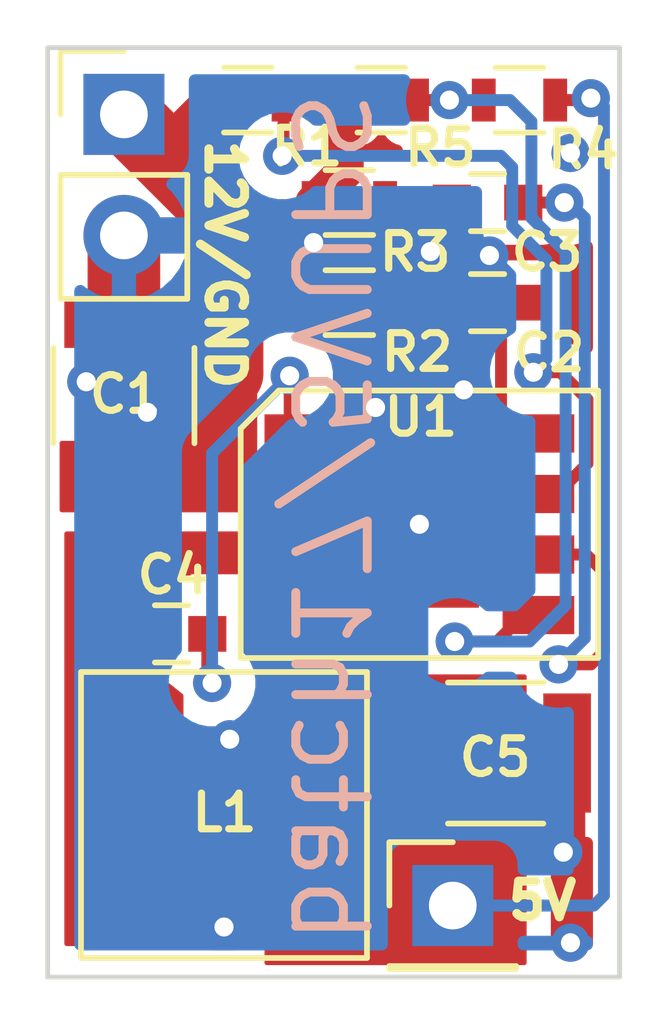
<source format=kicad_pcb>
(kicad_pcb (version 20171130) (host pcbnew "(5.1.6-0-10_14)")

  (general
    (thickness 1.6)
    (drawings 20)
    (tracks 118)
    (zones 0)
    (modules 14)
    (nets 11)
  )

  (page A4)
  (layers
    (0 F.Cu signal)
    (31 B.Cu signal)
    (32 B.Adhes user)
    (33 F.Adhes user)
    (34 B.Paste user)
    (35 F.Paste user)
    (36 B.SilkS user)
    (37 F.SilkS user)
    (38 B.Mask user)
    (39 F.Mask user)
    (40 Dwgs.User user hide)
    (41 Cmts.User user)
    (42 Eco1.User user hide)
    (43 Eco2.User user hide)
    (44 Edge.Cuts user)
    (45 Margin user hide)
    (46 B.CrtYd user hide)
    (47 F.CrtYd user hide)
    (48 B.Fab user hide)
    (49 F.Fab user hide)
  )

  (setup
    (last_trace_width 1.524)
    (user_trace_width 0.1524)
    (user_trace_width 0.2032)
    (user_trace_width 0.25)
    (user_trace_width 0.381)
    (user_trace_width 0.762)
    (user_trace_width 1.524)
    (user_trace_width 2.54)
    (user_trace_width 3.048)
    (user_trace_width 5.08)
    (user_trace_width 6.35)
    (user_trace_width 7.112)
    (user_trace_width 7.62)
    (user_trace_width 10.16)
    (trace_clearance 0.1524)
    (zone_clearance 0.508)
    (zone_45_only no)
    (trace_min 0.1524)
    (via_size 0.8)
    (via_drill 0.4)
    (via_min_size 0.4)
    (via_min_drill 0.3)
    (uvia_size 0.3)
    (uvia_drill 0.1)
    (uvias_allowed no)
    (uvia_min_size 0.2)
    (uvia_min_drill 0.1)
    (edge_width 0.1)
    (segment_width 0.2)
    (pcb_text_width 0.3)
    (pcb_text_size 1.5 1.5)
    (mod_edge_width 0.15)
    (mod_text_size 1 1)
    (mod_text_width 0.15)
    (pad_size 0.6 0.6)
    (pad_drill 0.4)
    (pad_to_mask_clearance 0)
    (aux_axis_origin 0 0)
    (grid_origin 0.5 0.5)
    (visible_elements FFFFFF7F)
    (pcbplotparams
      (layerselection 0x010fc_ffffffff)
      (usegerberextensions true)
      (usegerberattributes false)
      (usegerberadvancedattributes false)
      (creategerberjobfile false)
      (excludeedgelayer true)
      (linewidth 0.100000)
      (plotframeref false)
      (viasonmask false)
      (mode 1)
      (useauxorigin false)
      (hpglpennumber 1)
      (hpglpenspeed 20)
      (hpglpendiameter 15.000000)
      (psnegative false)
      (psa4output false)
      (plotreference true)
      (plotvalue true)
      (plotinvisibletext false)
      (padsonsilk false)
      (subtractmaskfromsilk false)
      (outputformat 1)
      (mirror false)
      (drillshape 0)
      (scaleselection 1)
      (outputdirectory ""))
  )

  (net 0 "")
  (net 1 GND)
  (net 2 5V_UPS)
  (net 3 12V_UPS)
  (net 4 "Net-(C2-Pad2)")
  (net 5 "Net-(C4-Pad1)")
  (net 6 "Net-(C4-Pad2)")
  (net 7 "Net-(C3-Pad2)")
  (net 8 "Net-(C3-Pad1)")
  (net 9 "Net-(R1-Pad2)")
  (net 10 "Net-(R4-Pad2)")

  (net_class Default "This is the default net class."
    (clearance 0.1524)
    (trace_width 0.1524)
    (via_dia 0.8)
    (via_drill 0.4)
    (uvia_dia 0.3)
    (uvia_drill 0.1)
    (add_net 12V_UPS)
    (add_net 5V_UPS)
    (add_net GND)
    (add_net "Net-(C2-Pad2)")
    (add_net "Net-(C3-Pad1)")
    (add_net "Net-(C3-Pad2)")
    (add_net "Net-(C4-Pad1)")
    (add_net "Net-(C4-Pad2)")
    (add_net "Net-(R1-Pad2)")
    (add_net "Net-(R4-Pad2)")
  )

  (module Pin_Headers:Pin_Header_Straight_1x02_Pitch2.54mm (layer F.Cu) (tedit 59650532) (tstamp 61BA1006)
    (at 93.6 72.9)
    (descr "Through hole straight pin header, 1x02, 2.54mm pitch, single row")
    (tags "Through hole pin header THT 1x02 2.54mm single row")
    (path /61B9FE2F)
    (fp_text reference J1 (at 0 -2.33) (layer F.SilkS) hide
      (effects (font (size 1 1) (thickness 0.15)))
    )
    (fp_text value Conn_01x02_Male (at 0 4.87) (layer F.Fab)
      (effects (font (size 1 1) (thickness 0.15)))
    )
    (fp_line (start 1.8 -1.8) (end -1.8 -1.8) (layer F.CrtYd) (width 0.05))
    (fp_line (start 1.8 4.35) (end 1.8 -1.8) (layer F.CrtYd) (width 0.05))
    (fp_line (start -1.8 4.35) (end 1.8 4.35) (layer F.CrtYd) (width 0.05))
    (fp_line (start -1.8 -1.8) (end -1.8 4.35) (layer F.CrtYd) (width 0.05))
    (fp_line (start -1.33 -1.33) (end 0 -1.33) (layer F.SilkS) (width 0.12))
    (fp_line (start -1.33 0) (end -1.33 -1.33) (layer F.SilkS) (width 0.12))
    (fp_line (start -1.33 1.27) (end 1.33 1.27) (layer F.SilkS) (width 0.12))
    (fp_line (start 1.33 1.27) (end 1.33 3.87) (layer F.SilkS) (width 0.12))
    (fp_line (start -1.33 1.27) (end -1.33 3.87) (layer F.SilkS) (width 0.12))
    (fp_line (start -1.33 3.87) (end 1.33 3.87) (layer F.SilkS) (width 0.12))
    (fp_line (start -1.27 -0.635) (end -0.635 -1.27) (layer F.Fab) (width 0.1))
    (fp_line (start -1.27 3.81) (end -1.27 -0.635) (layer F.Fab) (width 0.1))
    (fp_line (start 1.27 3.81) (end -1.27 3.81) (layer F.Fab) (width 0.1))
    (fp_line (start 1.27 -1.27) (end 1.27 3.81) (layer F.Fab) (width 0.1))
    (fp_line (start -0.635 -1.27) (end 1.27 -1.27) (layer F.Fab) (width 0.1))
    (fp_text user %R (at 0 1.27 90) (layer F.Fab)
      (effects (font (size 1 1) (thickness 0.15)))
    )
    (pad 2 thru_hole oval (at 0 2.54) (size 1.7 1.7) (drill 1) (layers *.Cu *.Mask)
      (net 1 GND))
    (pad 1 thru_hole rect (at 0 0) (size 1.7 1.7) (drill 1) (layers *.Cu *.Mask)
      (net 3 12V_UPS))
    (model ${KISYS3DMOD}/Pin_Headers.3dshapes/Pin_Header_Straight_1x02_Pitch2.54mm.wrl
      (at (xyz 0 0 0))
      (scale (xyz 1 1 1))
      (rotate (xyz 0 0 0))
    )
  )

  (module Pin_Headers:Pin_Header_Straight_1x01_Pitch2.54mm (layer F.Cu) (tedit 59650532) (tstamp 61BA101B)
    (at 100.5 89.5)
    (descr "Through hole straight pin header, 1x01, 2.54mm pitch, single row")
    (tags "Through hole pin header THT 1x01 2.54mm single row")
    (path /61BA234E)
    (fp_text reference J2 (at 0 -2.33) (layer F.SilkS) hide
      (effects (font (size 1 1) (thickness 0.15)))
    )
    (fp_text value Conn_01x01_Male (at 0 2.33) (layer F.Fab)
      (effects (font (size 1 1) (thickness 0.15)))
    )
    (fp_line (start 1.8 -1.8) (end -1.8 -1.8) (layer F.CrtYd) (width 0.05))
    (fp_line (start 1.8 1.8) (end 1.8 -1.8) (layer F.CrtYd) (width 0.05))
    (fp_line (start -1.8 1.8) (end 1.8 1.8) (layer F.CrtYd) (width 0.05))
    (fp_line (start -1.8 -1.8) (end -1.8 1.8) (layer F.CrtYd) (width 0.05))
    (fp_line (start -1.33 -1.33) (end 0 -1.33) (layer F.SilkS) (width 0.12))
    (fp_line (start -1.33 0) (end -1.33 -1.33) (layer F.SilkS) (width 0.12))
    (fp_line (start -1.33 1.27) (end 1.33 1.27) (layer F.SilkS) (width 0.12))
    (fp_line (start 1.33 1.27) (end 1.33 1.33) (layer F.SilkS) (width 0.12))
    (fp_line (start -1.33 1.27) (end -1.33 1.33) (layer F.SilkS) (width 0.12))
    (fp_line (start -1.33 1.33) (end 1.33 1.33) (layer F.SilkS) (width 0.12))
    (fp_line (start -1.27 -0.635) (end -0.635 -1.27) (layer F.Fab) (width 0.1))
    (fp_line (start -1.27 1.27) (end -1.27 -0.635) (layer F.Fab) (width 0.1))
    (fp_line (start 1.27 1.27) (end -1.27 1.27) (layer F.Fab) (width 0.1))
    (fp_line (start 1.27 -1.27) (end 1.27 1.27) (layer F.Fab) (width 0.1))
    (fp_line (start -0.635 -1.27) (end 1.27 -1.27) (layer F.Fab) (width 0.1))
    (fp_text user %R (at 0 0 90) (layer F.Fab)
      (effects (font (size 1 1) (thickness 0.15)))
    )
    (pad 1 thru_hole rect (at 0 0) (size 1.7 1.7) (drill 1) (layers *.Cu *.Mask)
      (net 2 5V_UPS))
    (model ${KISYS3DMOD}/Pin_Headers.3dshapes/Pin_Header_Straight_1x01_Pitch2.54mm.wrl
      (at (xyz 0 0 0))
      (scale (xyz 1 1 1))
      (rotate (xyz 0 0 0))
    )
  )

  (module Capacitors_SMD:C_1210 (layer F.Cu) (tedit 58AA84E2) (tstamp 61BA99D3)
    (at 93.6 78.8 270)
    (descr "Capacitor SMD 1210, reflow soldering, AVX (see smccp.pdf)")
    (tags "capacitor 1210")
    (path /61BAE829)
    (attr smd)
    (fp_text reference C1 (at -0.03 -0.03 180) (layer F.SilkS)
      (effects (font (size 0.75 0.75) (thickness 0.15)))
    )
    (fp_text value 22uF (at 0 2.5 90) (layer F.Fab)
      (effects (font (size 1 1) (thickness 0.15)))
    )
    (fp_line (start 2.25 1.5) (end -2.25 1.5) (layer F.CrtYd) (width 0.05))
    (fp_line (start 2.25 1.5) (end 2.25 -1.5) (layer F.CrtYd) (width 0.05))
    (fp_line (start -2.25 -1.5) (end -2.25 1.5) (layer F.CrtYd) (width 0.05))
    (fp_line (start -2.25 -1.5) (end 2.25 -1.5) (layer F.CrtYd) (width 0.05))
    (fp_line (start -1 1.48) (end 1 1.48) (layer F.SilkS) (width 0.12))
    (fp_line (start 1 -1.48) (end -1 -1.48) (layer F.SilkS) (width 0.12))
    (fp_line (start -1.6 -1.25) (end 1.6 -1.25) (layer F.Fab) (width 0.1))
    (fp_line (start 1.6 -1.25) (end 1.6 1.25) (layer F.Fab) (width 0.1))
    (fp_line (start 1.6 1.25) (end -1.6 1.25) (layer F.Fab) (width 0.1))
    (fp_line (start -1.6 1.25) (end -1.6 -1.25) (layer F.Fab) (width 0.1))
    (fp_text user %R (at 0 -2.25 90) (layer F.Fab)
      (effects (font (size 1 1) (thickness 0.15)))
    )
    (pad 1 smd rect (at -1.5 0 270) (size 1 2.5) (layers F.Cu F.Paste F.Mask)
      (net 1 GND))
    (pad 2 smd rect (at 1.5 0 270) (size 1 2.5) (layers F.Cu F.Paste F.Mask)
      (net 3 12V_UPS))
    (model Capacitors_SMD.3dshapes/C_1210.wrl
      (at (xyz 0 0 0))
      (scale (xyz 1 1 1))
      (rotate (xyz 0 0 0))
    )
  )

  (module Capacitors_SMD:C_0603 (layer F.Cu) (tedit 59958EE7) (tstamp 61BA99E4)
    (at 101.23 76.85)
    (descr "Capacitor SMD 0603, reflow soldering, AVX (see smccp.pdf)")
    (tags "capacitor 0603")
    (path /61BAE812)
    (attr smd)
    (fp_text reference C2 (at 1.29 1.05) (layer F.SilkS)
      (effects (font (size 0.75 0.75) (thickness 0.15)))
    )
    (fp_text value 0.1uF (at 0 1.5) (layer F.Fab)
      (effects (font (size 1 1) (thickness 0.15)))
    )
    (fp_text user %R (at 0 0) (layer F.Fab)
      (effects (font (size 0.3 0.3) (thickness 0.075)))
    )
    (fp_line (start 1.4 0.65) (end -1.4 0.65) (layer F.CrtYd) (width 0.05))
    (fp_line (start 1.4 0.65) (end 1.4 -0.65) (layer F.CrtYd) (width 0.05))
    (fp_line (start -1.4 -0.65) (end -1.4 0.65) (layer F.CrtYd) (width 0.05))
    (fp_line (start -1.4 -0.65) (end 1.4 -0.65) (layer F.CrtYd) (width 0.05))
    (fp_line (start 0.35 0.6) (end -0.35 0.6) (layer F.SilkS) (width 0.12))
    (fp_line (start -0.35 -0.6) (end 0.35 -0.6) (layer F.SilkS) (width 0.12))
    (fp_line (start -0.8 -0.4) (end 0.8 -0.4) (layer F.Fab) (width 0.1))
    (fp_line (start 0.8 -0.4) (end 0.8 0.4) (layer F.Fab) (width 0.1))
    (fp_line (start 0.8 0.4) (end -0.8 0.4) (layer F.Fab) (width 0.1))
    (fp_line (start -0.8 0.4) (end -0.8 -0.4) (layer F.Fab) (width 0.1))
    (pad 1 smd rect (at -0.75 0) (size 0.8 0.75) (layers F.Cu F.Paste F.Mask)
      (net 1 GND))
    (pad 2 smd rect (at 0.75 0) (size 0.8 0.75) (layers F.Cu F.Paste F.Mask)
      (net 4 "Net-(C2-Pad2)"))
    (model Capacitors_SMD.3dshapes/C_0603.wrl
      (at (xyz 0 0 0))
      (scale (xyz 1 1 1))
      (rotate (xyz 0 0 0))
    )
  )

  (module Capacitors_SMD:C_0603 (layer F.Cu) (tedit 59958EE7) (tstamp 61BA99F5)
    (at 101.23 74.75)
    (descr "Capacitor SMD 0603, reflow soldering, AVX (see smccp.pdf)")
    (tags "capacitor 0603")
    (path /61BBCBF0)
    (attr smd)
    (fp_text reference C3 (at 1.25 1.04) (layer F.SilkS)
      (effects (font (size 0.75 0.75) (thickness 0.15)))
    )
    (fp_text value 0.01uF (at 0 1.5) (layer F.Fab)
      (effects (font (size 1 1) (thickness 0.15)))
    )
    (fp_text user %R (at 0 0) (layer F.Fab)
      (effects (font (size 0.3 0.3) (thickness 0.075)))
    )
    (fp_line (start 1.4 0.65) (end -1.4 0.65) (layer F.CrtYd) (width 0.05))
    (fp_line (start 1.4 0.65) (end 1.4 -0.65) (layer F.CrtYd) (width 0.05))
    (fp_line (start -1.4 -0.65) (end -1.4 0.65) (layer F.CrtYd) (width 0.05))
    (fp_line (start -1.4 -0.65) (end 1.4 -0.65) (layer F.CrtYd) (width 0.05))
    (fp_line (start 0.35 0.6) (end -0.35 0.6) (layer F.SilkS) (width 0.12))
    (fp_line (start -0.35 -0.6) (end 0.35 -0.6) (layer F.SilkS) (width 0.12))
    (fp_line (start -0.8 -0.4) (end 0.8 -0.4) (layer F.Fab) (width 0.1))
    (fp_line (start 0.8 -0.4) (end 0.8 0.4) (layer F.Fab) (width 0.1))
    (fp_line (start 0.8 0.4) (end -0.8 0.4) (layer F.Fab) (width 0.1))
    (fp_line (start -0.8 0.4) (end -0.8 -0.4) (layer F.Fab) (width 0.1))
    (pad 1 smd rect (at -0.75 0) (size 0.8 0.75) (layers F.Cu F.Paste F.Mask)
      (net 8 "Net-(C3-Pad1)"))
    (pad 2 smd rect (at 0.75 0) (size 0.8 0.75) (layers F.Cu F.Paste F.Mask)
      (net 7 "Net-(C3-Pad2)"))
    (model Capacitors_SMD.3dshapes/C_0603.wrl
      (at (xyz 0 0 0))
      (scale (xyz 1 1 1))
      (rotate (xyz 0 0 0))
    )
  )

  (module Capacitors_SMD:C_0603 (layer F.Cu) (tedit 59958EE7) (tstamp 61BA9A06)
    (at 94.6 83.8 180)
    (descr "Capacitor SMD 0603, reflow soldering, AVX (see smccp.pdf)")
    (tags "capacitor 0603")
    (path /61B9F045)
    (attr smd)
    (fp_text reference C4 (at -0.03 1.24) (layer F.SilkS)
      (effects (font (size 0.75 0.75) (thickness 0.15)))
    )
    (fp_text value 0.01uF (at 0 1.5) (layer F.Fab)
      (effects (font (size 1 1) (thickness 0.15)))
    )
    (fp_line (start -0.8 0.4) (end -0.8 -0.4) (layer F.Fab) (width 0.1))
    (fp_line (start 0.8 0.4) (end -0.8 0.4) (layer F.Fab) (width 0.1))
    (fp_line (start 0.8 -0.4) (end 0.8 0.4) (layer F.Fab) (width 0.1))
    (fp_line (start -0.8 -0.4) (end 0.8 -0.4) (layer F.Fab) (width 0.1))
    (fp_line (start -0.35 -0.6) (end 0.35 -0.6) (layer F.SilkS) (width 0.12))
    (fp_line (start 0.35 0.6) (end -0.35 0.6) (layer F.SilkS) (width 0.12))
    (fp_line (start -1.4 -0.65) (end 1.4 -0.65) (layer F.CrtYd) (width 0.05))
    (fp_line (start -1.4 -0.65) (end -1.4 0.65) (layer F.CrtYd) (width 0.05))
    (fp_line (start 1.4 0.65) (end 1.4 -0.65) (layer F.CrtYd) (width 0.05))
    (fp_line (start 1.4 0.65) (end -1.4 0.65) (layer F.CrtYd) (width 0.05))
    (fp_text user %R (at 0 0) (layer F.Fab)
      (effects (font (size 0.3 0.3) (thickness 0.075)))
    )
    (pad 2 smd rect (at 0.75 0 180) (size 0.8 0.75) (layers F.Cu F.Paste F.Mask)
      (net 6 "Net-(C4-Pad2)"))
    (pad 1 smd rect (at -0.75 0 180) (size 0.8 0.75) (layers F.Cu F.Paste F.Mask)
      (net 5 "Net-(C4-Pad1)"))
    (model Capacitors_SMD.3dshapes/C_0603.wrl
      (at (xyz 0 0 0))
      (scale (xyz 1 1 1))
      (rotate (xyz 0 0 0))
    )
  )

  (module Capacitors_SMD:C_1210 (layer F.Cu) (tedit 58AA84E2) (tstamp 61BA9A17)
    (at 101.4 86.3 180)
    (descr "Capacitor SMD 1210, reflow soldering, AVX (see smccp.pdf)")
    (tags "capacitor 1210")
    (path /61BAE7D1)
    (attr smd)
    (fp_text reference C5 (at 0.01 -0.09) (layer F.SilkS)
      (effects (font (size 0.75 0.75) (thickness 0.15)))
    )
    (fp_text value 22uF (at 0 2.5) (layer F.Fab)
      (effects (font (size 1 1) (thickness 0.15)))
    )
    (fp_text user %R (at 0 -2.25) (layer F.Fab)
      (effects (font (size 1 1) (thickness 0.15)))
    )
    (fp_line (start -1.6 1.25) (end -1.6 -1.25) (layer F.Fab) (width 0.1))
    (fp_line (start 1.6 1.25) (end -1.6 1.25) (layer F.Fab) (width 0.1))
    (fp_line (start 1.6 -1.25) (end 1.6 1.25) (layer F.Fab) (width 0.1))
    (fp_line (start -1.6 -1.25) (end 1.6 -1.25) (layer F.Fab) (width 0.1))
    (fp_line (start 1 -1.48) (end -1 -1.48) (layer F.SilkS) (width 0.12))
    (fp_line (start -1 1.48) (end 1 1.48) (layer F.SilkS) (width 0.12))
    (fp_line (start -2.25 -1.5) (end 2.25 -1.5) (layer F.CrtYd) (width 0.05))
    (fp_line (start -2.25 -1.5) (end -2.25 1.5) (layer F.CrtYd) (width 0.05))
    (fp_line (start 2.25 1.5) (end 2.25 -1.5) (layer F.CrtYd) (width 0.05))
    (fp_line (start 2.25 1.5) (end -2.25 1.5) (layer F.CrtYd) (width 0.05))
    (pad 2 smd rect (at 1.5 0 180) (size 1 2.5) (layers F.Cu F.Paste F.Mask)
      (net 2 5V_UPS))
    (pad 1 smd rect (at -1.5 0 180) (size 1 2.5) (layers F.Cu F.Paste F.Mask)
      (net 1 GND))
    (model Capacitors_SMD.3dshapes/C_1210.wrl
      (at (xyz 0 0 0))
      (scale (xyz 1 1 1))
      (rotate (xyz 0 0 0))
    )
  )

  (module Ninja-qPCR:VLS6045EX-3R3N (layer F.Cu) (tedit 614D4D02) (tstamp 61BA9A32)
    (at 95.7 87.6 180)
    (path /61BAE7BC)
    (fp_text reference L1 (at -0.01 0.05) (layer F.SilkS)
      (effects (font (size 0.75 0.75) (thickness 0.15)))
    )
    (fp_text value 10uH (at 0 4) (layer F.Fab) hide
      (effects (font (size 1 1) (thickness 0.15)))
    )
    (fp_line (start -3 -3) (end 3 -3) (layer F.SilkS) (width 0.12))
    (fp_line (start -3 3) (end -3 -3) (layer F.SilkS) (width 0.12))
    (fp_line (start 3 3) (end -3 3) (layer F.SilkS) (width 0.12))
    (fp_line (start 3 -3) (end 3 3) (layer F.SilkS) (width 0.12))
    (pad 1 smd rect (at -2.1 0 180) (size 1.9 5.1) (layers F.Cu F.Paste F.Mask)
      (net 2 5V_UPS))
    (pad 2 smd rect (at 2.1 0 180) (size 2.1 5.1) (layers F.Cu F.Paste F.Mask)
      (net 6 "Net-(C4-Pad2)"))
  )

  (module Resistors_SMD:R_0603 (layer F.Cu) (tedit 58E0A804) (tstamp 61BA9A43)
    (at 96.2 72.6)
    (descr "Resistor SMD 0603, reflow soldering, Vishay (see dcrcw.pdf)")
    (tags "resistor 0603")
    (path /61BA4C04)
    (attr smd)
    (fp_text reference R1 (at 1.24 0.98) (layer F.SilkS)
      (effects (font (size 0.75 0.75) (thickness 0.15)))
    )
    (fp_text value 100k/150k (at 0 1.5) (layer F.Fab)
      (effects (font (size 1 1) (thickness 0.15)))
    )
    (fp_text user %R (at 0 0) (layer F.Fab)
      (effects (font (size 0.4 0.4) (thickness 0.075)))
    )
    (fp_line (start -0.8 0.4) (end -0.8 -0.4) (layer F.Fab) (width 0.1))
    (fp_line (start 0.8 0.4) (end -0.8 0.4) (layer F.Fab) (width 0.1))
    (fp_line (start 0.8 -0.4) (end 0.8 0.4) (layer F.Fab) (width 0.1))
    (fp_line (start -0.8 -0.4) (end 0.8 -0.4) (layer F.Fab) (width 0.1))
    (fp_line (start 0.5 0.68) (end -0.5 0.68) (layer F.SilkS) (width 0.12))
    (fp_line (start -0.5 -0.68) (end 0.5 -0.68) (layer F.SilkS) (width 0.12))
    (fp_line (start -1.25 -0.7) (end 1.25 -0.7) (layer F.CrtYd) (width 0.05))
    (fp_line (start -1.25 -0.7) (end -1.25 0.7) (layer F.CrtYd) (width 0.05))
    (fp_line (start 1.25 0.7) (end 1.25 -0.7) (layer F.CrtYd) (width 0.05))
    (fp_line (start 1.25 0.7) (end -1.25 0.7) (layer F.CrtYd) (width 0.05))
    (pad 2 smd rect (at 0.75 0) (size 0.5 0.9) (layers F.Cu F.Paste F.Mask)
      (net 9 "Net-(R1-Pad2)"))
    (pad 1 smd rect (at -0.75 0) (size 0.5 0.9) (layers F.Cu F.Paste F.Mask)
      (net 3 12V_UPS))
    (model ${KISYS3DMOD}/Resistors_SMD.3dshapes/R_0603.wrl
      (at (xyz 0 0 0))
      (scale (xyz 1 1 1))
      (rotate (xyz 0 0 0))
    )
  )

  (module Resistors_SMD:R_0603 (layer F.Cu) (tedit 58E0A804) (tstamp 61BAA0CF)
    (at 98.33 76.85 180)
    (descr "Resistor SMD 0603, reflow soldering, Vishay (see dcrcw.pdf)")
    (tags "resistor 0603")
    (path /61BDAF48)
    (attr smd)
    (fp_text reference R2 (at -1.42 -1.04) (layer F.SilkS)
      (effects (font (size 0.75 0.75) (thickness 0.15)))
    )
    (fp_text value 10k (at 0 1.5) (layer F.Fab)
      (effects (font (size 1 1) (thickness 0.15)))
    )
    (fp_text user %R (at 0 0) (layer F.Fab)
      (effects (font (size 0.4 0.4) (thickness 0.075)))
    )
    (fp_line (start -0.8 0.4) (end -0.8 -0.4) (layer F.Fab) (width 0.1))
    (fp_line (start 0.8 0.4) (end -0.8 0.4) (layer F.Fab) (width 0.1))
    (fp_line (start 0.8 -0.4) (end 0.8 0.4) (layer F.Fab) (width 0.1))
    (fp_line (start -0.8 -0.4) (end 0.8 -0.4) (layer F.Fab) (width 0.1))
    (fp_line (start 0.5 0.68) (end -0.5 0.68) (layer F.SilkS) (width 0.12))
    (fp_line (start -0.5 -0.68) (end 0.5 -0.68) (layer F.SilkS) (width 0.12))
    (fp_line (start -1.25 -0.7) (end 1.25 -0.7) (layer F.CrtYd) (width 0.05))
    (fp_line (start -1.25 -0.7) (end -1.25 0.7) (layer F.CrtYd) (width 0.05))
    (fp_line (start 1.25 0.7) (end 1.25 -0.7) (layer F.CrtYd) (width 0.05))
    (fp_line (start 1.25 0.7) (end -1.25 0.7) (layer F.CrtYd) (width 0.05))
    (pad 2 smd rect (at 0.75 0 180) (size 0.5 0.9) (layers F.Cu F.Paste F.Mask)
      (net 1 GND))
    (pad 1 smd rect (at -0.75 0 180) (size 0.5 0.9) (layers F.Cu F.Paste F.Mask)
      (net 8 "Net-(C3-Pad1)"))
    (model ${KISYS3DMOD}/Resistors_SMD.3dshapes/R_0603.wrl
      (at (xyz 0 0 0))
      (scale (xyz 1 1 1))
      (rotate (xyz 0 0 0))
    )
  )

  (module Resistors_SMD:R_0603 (layer F.Cu) (tedit 58E0A804) (tstamp 61BA9A65)
    (at 98.33 74.75 180)
    (descr "Resistor SMD 0603, reflow soldering, Vishay (see dcrcw.pdf)")
    (tags "resistor 0603")
    (path /61BBD650)
    (attr smd)
    (fp_text reference R3 (at -1.38 -1.04) (layer F.SilkS)
      (effects (font (size 0.75 0.75) (thickness 0.15)))
    )
    (fp_text value 10k (at 0 1.5) (layer F.Fab)
      (effects (font (size 1 1) (thickness 0.15)))
    )
    (fp_line (start 1.25 0.7) (end -1.25 0.7) (layer F.CrtYd) (width 0.05))
    (fp_line (start 1.25 0.7) (end 1.25 -0.7) (layer F.CrtYd) (width 0.05))
    (fp_line (start -1.25 -0.7) (end -1.25 0.7) (layer F.CrtYd) (width 0.05))
    (fp_line (start -1.25 -0.7) (end 1.25 -0.7) (layer F.CrtYd) (width 0.05))
    (fp_line (start -0.5 -0.68) (end 0.5 -0.68) (layer F.SilkS) (width 0.12))
    (fp_line (start 0.5 0.68) (end -0.5 0.68) (layer F.SilkS) (width 0.12))
    (fp_line (start -0.8 -0.4) (end 0.8 -0.4) (layer F.Fab) (width 0.1))
    (fp_line (start 0.8 -0.4) (end 0.8 0.4) (layer F.Fab) (width 0.1))
    (fp_line (start 0.8 0.4) (end -0.8 0.4) (layer F.Fab) (width 0.1))
    (fp_line (start -0.8 0.4) (end -0.8 -0.4) (layer F.Fab) (width 0.1))
    (fp_text user %R (at 0 0) (layer F.Fab)
      (effects (font (size 0.4 0.4) (thickness 0.075)))
    )
    (pad 1 smd rect (at -0.75 0 180) (size 0.5 0.9) (layers F.Cu F.Paste F.Mask)
      (net 8 "Net-(C3-Pad1)"))
    (pad 2 smd rect (at 0.75 0 180) (size 0.5 0.9) (layers F.Cu F.Paste F.Mask)
      (net 1 GND))
    (model ${KISYS3DMOD}/Resistors_SMD.3dshapes/R_0603.wrl
      (at (xyz 0 0 0))
      (scale (xyz 1 1 1))
      (rotate (xyz 0 0 0))
    )
  )

  (module Resistors_SMD:R_0603 (layer F.Cu) (tedit 58E0A804) (tstamp 61BA9A76)
    (at 101.9 72.6 180)
    (descr "Resistor SMD 0603, reflow soldering, Vishay (see dcrcw.pdf)")
    (tags "resistor 0603")
    (path /61BAE867)
    (attr smd)
    (fp_text reference R4 (at -1.34 -1.04) (layer F.SilkS)
      (effects (font (size 0.75 0.75) (thickness 0.15)))
    )
    (fp_text value 47k (at 0 1.5) (layer F.Fab)
      (effects (font (size 1 1) (thickness 0.15)))
    )
    (fp_line (start 1.25 0.7) (end -1.25 0.7) (layer F.CrtYd) (width 0.05))
    (fp_line (start 1.25 0.7) (end 1.25 -0.7) (layer F.CrtYd) (width 0.05))
    (fp_line (start -1.25 -0.7) (end -1.25 0.7) (layer F.CrtYd) (width 0.05))
    (fp_line (start -1.25 -0.7) (end 1.25 -0.7) (layer F.CrtYd) (width 0.05))
    (fp_line (start -0.5 -0.68) (end 0.5 -0.68) (layer F.SilkS) (width 0.12))
    (fp_line (start 0.5 0.68) (end -0.5 0.68) (layer F.SilkS) (width 0.12))
    (fp_line (start -0.8 -0.4) (end 0.8 -0.4) (layer F.Fab) (width 0.1))
    (fp_line (start 0.8 -0.4) (end 0.8 0.4) (layer F.Fab) (width 0.1))
    (fp_line (start 0.8 0.4) (end -0.8 0.4) (layer F.Fab) (width 0.1))
    (fp_line (start -0.8 0.4) (end -0.8 -0.4) (layer F.Fab) (width 0.1))
    (fp_text user %R (at 0 0) (layer F.Fab)
      (effects (font (size 0.4 0.4) (thickness 0.075)))
    )
    (pad 1 smd rect (at -0.75 0 180) (size 0.5 0.9) (layers F.Cu F.Paste F.Mask)
      (net 2 5V_UPS))
    (pad 2 smd rect (at 0.75 0 180) (size 0.5 0.9) (layers F.Cu F.Paste F.Mask)
      (net 10 "Net-(R4-Pad2)"))
    (model ${KISYS3DMOD}/Resistors_SMD.3dshapes/R_0603.wrl
      (at (xyz 0 0 0))
      (scale (xyz 1 1 1))
      (rotate (xyz 0 0 0))
    )
  )

  (module Resistors_SMD:R_0603 (layer F.Cu) (tedit 58E0A804) (tstamp 61BA9A87)
    (at 99 72.6 180)
    (descr "Resistor SMD 0603, reflow soldering, Vishay (see dcrcw.pdf)")
    (tags "resistor 0603")
    (path /61BAE7EA)
    (attr smd)
    (fp_text reference R5 (at -1.24 -1) (layer F.SilkS)
      (effects (font (size 0.75 0.75) (thickness 0.15)))
    )
    (fp_text value 10k (at 0 1.5) (layer F.Fab)
      (effects (font (size 1 1) (thickness 0.15)))
    )
    (fp_text user %R (at 0 0) (layer F.Fab)
      (effects (font (size 0.4 0.4) (thickness 0.075)))
    )
    (fp_line (start -0.8 0.4) (end -0.8 -0.4) (layer F.Fab) (width 0.1))
    (fp_line (start 0.8 0.4) (end -0.8 0.4) (layer F.Fab) (width 0.1))
    (fp_line (start 0.8 -0.4) (end 0.8 0.4) (layer F.Fab) (width 0.1))
    (fp_line (start -0.8 -0.4) (end 0.8 -0.4) (layer F.Fab) (width 0.1))
    (fp_line (start 0.5 0.68) (end -0.5 0.68) (layer F.SilkS) (width 0.12))
    (fp_line (start -0.5 -0.68) (end 0.5 -0.68) (layer F.SilkS) (width 0.12))
    (fp_line (start -1.25 -0.7) (end 1.25 -0.7) (layer F.CrtYd) (width 0.05))
    (fp_line (start -1.25 -0.7) (end -1.25 0.7) (layer F.CrtYd) (width 0.05))
    (fp_line (start 1.25 0.7) (end 1.25 -0.7) (layer F.CrtYd) (width 0.05))
    (fp_line (start 1.25 0.7) (end -1.25 0.7) (layer F.CrtYd) (width 0.05))
    (pad 2 smd rect (at 0.75 0 180) (size 0.5 0.9) (layers F.Cu F.Paste F.Mask)
      (net 1 GND))
    (pad 1 smd rect (at -0.75 0 180) (size 0.5 0.9) (layers F.Cu F.Paste F.Mask)
      (net 10 "Net-(R4-Pad2)"))
    (model ${KISYS3DMOD}/Resistors_SMD.3dshapes/R_0603.wrl
      (at (xyz 0 0 0))
      (scale (xyz 1 1 1))
      (rotate (xyz 0 0 0))
    )
  )

  (module Ninja-qPCR:AP6503 (layer F.Cu) (tedit 61B9B3B0) (tstamp 61BA9A9D)
    (at 99.8 81.5 270)
    (path /61B9CED5)
    (attr smd)
    (fp_text reference U1 (at -2.25 -0.03) (layer F.SilkS)
      (effects (font (size 0.75 0.75) (thickness 0.15)))
    )
    (fp_text value AP6503 (at 0 0 90) (layer F.Fab)
      (effects (font (size 1 1) (thickness 0.15)))
    )
    (fp_line (start -2.006 3.75) (end -2.806 2.95) (layer F.SilkS) (width 0.12))
    (fp_line (start -2.806 2.95) (end -2.806 -3.75) (layer F.SilkS) (width 0.12))
    (fp_line (start -2.806 -3.75) (end 2.806 -3.75) (layer F.SilkS) (width 0.12))
    (fp_line (start 2.806 -3.75) (end 2.806 3.75) (layer F.SilkS) (width 0.12))
    (fp_line (start 2.806 3.75) (end -2.006 3.75) (layer F.SilkS) (width 0.12))
    (fp_line (start -2.56 -3.5) (end 2.56 -3.5) (layer F.CrtYd) (width 0.05))
    (fp_line (start 2.56 -3.5) (end 2.56 3.5) (layer F.CrtYd) (width 0.05))
    (fp_line (start 2.56 3.5) (end -2.56 3.5) (layer F.CrtYd) (width 0.05))
    (fp_line (start -2.56 3.5) (end -2.56 -3.5) (layer F.CrtYd) (width 0.05))
    (pad 8 smd rect (at -1.905 -2.4975 270) (size 0.802 1.505) (layers F.Cu F.Paste F.Mask)
      (net 4 "Net-(C2-Pad2)"))
    (pad 1 smd rect (at -1.905 2.4975 270) (size 0.802 1.505) (layers F.Cu F.Paste F.Mask)
      (net 5 "Net-(C4-Pad1)"))
    (pad 7 smd rect (at -0.635 -2.4975 270) (size 0.802 1.505) (layers F.Cu F.Paste F.Mask)
      (net 9 "Net-(R1-Pad2)"))
    (pad 2 smd rect (at -0.635 2.4975 270) (size 0.802 1.505) (layers F.Cu F.Paste F.Mask)
      (net 3 12V_UPS))
    (pad 6 smd rect (at 0.635 -2.4975 270) (size 0.802 1.505) (layers F.Cu F.Paste F.Mask)
      (net 7 "Net-(C3-Pad2)"))
    (pad 3 smd rect (at 0.635 2.4975 270) (size 0.802 1.505) (layers F.Cu F.Paste F.Mask)
      (net 6 "Net-(C4-Pad2)"))
    (pad 5 smd rect (at 1.905 -2.4975 270) (size 0.802 1.505) (layers F.Cu F.Paste F.Mask)
      (net 10 "Net-(R4-Pad2)"))
    (pad 4 smd rect (at 1.905 2.4975 270) (size 0.802 1.505) (layers F.Cu F.Paste F.Mask)
      (net 1 GND))
    (pad 9 smd rect (at 0 0 270) (size 3.5 2.5) (layers F.Cu F.Paste F.Mask)
      (net 1 GND))
  )

  (gr_text 12x19.5mm (at 98.19 69.03) (layer Dwgs.User)
    (effects (font (size 1.5 1.5) (thickness 0.3)))
  )
  (gr_text batch17/5VUPS (at 97.89 81.36 270) (layer B.SilkS) (tstamp 61BAA6CD)
    (effects (font (size 1.5 1.5) (thickness 0.1875)) (justify mirror))
  )
  (gr_text 12V/GND (at 95.72 76.05 270) (layer F.SilkS) (tstamp 61BAA67B)
    (effects (font (size 0.75 0.75) (thickness 0.1875)))
  )
  (gr_text 5V (at 102.38 89.4) (layer F.SilkS)
    (effects (font (size 0.75 0.75) (thickness 0.1875)))
  )
  (gr_poly (pts (xy 98 82.5) (xy 95 82.5) (xy 94.3 83.1) (xy 94.3 84.7) (xy 94.8 85.1) (xy 94.8 90.3) (xy 92.4 90.3) (xy 92.4 81.7) (xy 98 81.7)) (layer F.Cu) (width 0.1))
  (gr_poly (pts (xy 102 90.7) (xy 96.6 90.7) (xy 96.6 84.7) (xy 102 84.7)) (layer F.Cu) (width 0.1))
  (gr_poly (pts (xy 96.3 80.2) (xy 96.6 80.5) (xy 98 80.5) (xy 98 81.2) (xy 92.3 81.2) (xy 92.3 79.8) (xy 96.3 79.8)) (layer F.Cu) (width 0.1))
  (gr_line (start 92 91) (end 92 71.5) (layer Edge.Cuts) (width 0.1) (tstamp 61BA1370))
  (gr_line (start 104 91) (end 92 91) (layer Edge.Cuts) (width 0.1))
  (gr_line (start 104 71.5) (end 104 91) (layer Edge.Cuts) (width 0.1))
  (gr_line (start 92 71.5) (end 104 71.5) (layer Edge.Cuts) (width 0.1))
  (gr_text 100x116mm (at 78.2 29.4) (layer Dwgs.User)
    (effects (font (size 1 1) (thickness 0.15)))
  )
  (gr_line (start 128.053 29) (end 121.881 29) (layer F.CrtYd) (width 0.05) (tstamp 614AE2E4))
  (gr_line (start 128.053 31.5) (end 128.053 29) (layer F.CrtYd) (width 0.05))
  (gr_line (start 140.878 31.5) (end 128.053 31.5) (layer F.CrtYd) (width 0.05))
  (gr_line (start 140.878 29) (end 140.878 31.5) (layer F.CrtYd) (width 0.05))
  (gr_line (start 147.05 29) (end 140.878 29) (layer F.CrtYd) (width 0.05))
  (gr_line (start 147.05 35) (end 147.05 29) (layer F.CrtYd) (width 0.05))
  (gr_line (start 121.881 35) (end 147.05 35) (layer F.CrtYd) (width 0.05))
  (gr_line (start 121.881 29) (end 121.881 35) (layer F.CrtYd) (width 0.05))

  (via (at 102.97 73.71) (size 0.8) (drill 0.4) (layers F.Cu B.Cu) (net 0))
  (segment (start 93.6 75.44) (end 93.6 77.3) (width 1.524) (layer F.Cu) (net 1) (status 30))
  (segment (start 99.8 82.422) (end 99.8 81.5) (width 0.762) (layer F.Cu) (net 1))
  (segment (start 98.817 83.405) (end 99.8 82.422) (width 0.762) (layer F.Cu) (net 1))
  (segment (start 97.3025 83.405) (end 98.817 83.405) (width 0.762) (layer F.Cu) (net 1))
  (segment (start 98.25 74.08) (end 97.58 74.75) (width 0.762) (layer F.Cu) (net 1))
  (segment (start 98.25 72.6) (end 98.25 74.08) (width 0.762) (layer F.Cu) (net 1))
  (segment (start 100.48 77.110122) (end 100.48 76.85) (width 0.762) (layer F.Cu) (net 1))
  (segment (start 99.756721 77.833401) (end 100.48 77.110122) (width 0.762) (layer F.Cu) (net 1))
  (segment (start 97.58 76.85) (end 97.58 77.010122) (width 0.762) (layer F.Cu) (net 1))
  (segment (start 98.403279 77.833401) (end 99.756721 77.833401) (width 0.762) (layer F.Cu) (net 1))
  (segment (start 97.58 77.010122) (end 98.403279 77.833401) (width 0.762) (layer F.Cu) (net 1))
  (via (at 97.58 75.59) (size 0.8) (drill 0.4) (layers F.Cu B.Cu) (net 1))
  (segment (start 97.43 75.44) (end 97.58 75.59) (width 0.762) (layer B.Cu) (net 1))
  (segment (start 93.6 75.44) (end 97.43 75.44) (width 0.762) (layer B.Cu) (net 1))
  (segment (start 97.58 75.59) (end 97.58 76.85) (width 0.762) (layer F.Cu) (net 1))
  (segment (start 97.58 74.75) (end 97.58 75.59) (width 0.762) (layer F.Cu) (net 1))
  (segment (start 102.9 88.3) (end 102.82 88.38) (width 0.762) (layer F.Cu) (net 1))
  (via (at 102.82 88.38) (size 0.8) (drill 0.4) (layers F.Cu B.Cu) (net 1))
  (segment (start 102.9 86.3) (end 102.9 88.3) (width 0.762) (layer F.Cu) (net 1))
  (via (at 99.8 81.5) (size 0.8) (drill 0.4) (layers F.Cu B.Cu) (net 1))
  (segment (start 99.606599 81.693401) (end 99.8 81.5) (width 0.762) (layer B.Cu) (net 1))
  (segment (start 99.606599 85.166599) (end 99.606599 81.693401) (width 0.762) (layer B.Cu) (net 1))
  (segment (start 102.82 88.38) (end 99.606599 85.166599) (width 0.762) (layer B.Cu) (net 1))
  (via (at 100.73 78.68) (size 0.8) (drill 0.4) (layers F.Cu B.Cu) (net 1))
  (via (at 98.88 79.05) (size 0.8) (drill 0.4) (layers F.Cu B.Cu) (net 1))
  (via (at 92.81 78.51) (size 0.8) (drill 0.4) (layers F.Cu B.Cu) (net 1))
  (via (at 94.09 79.15) (size 0.8) (drill 0.4) (layers F.Cu B.Cu) (net 1))
  (via (at 100.03 75.78) (size 0.8) (drill 0.4) (layers F.Cu B.Cu) (net 1))
  (via (at 95.7 89.95) (size 0.8) (drill 0.4) (layers F.Cu B.Cu) (net 1))
  (via (at 95.82 86.01) (size 0.8) (drill 0.4) (layers F.Cu B.Cu) (net 1))
  (via (at 102.97 90.28) (size 0.8) (drill 0.4) (layers F.Cu B.Cu) (net 1))
  (via (at 101.27 75.86) (size 0.8) (drill 0.4) (layers F.Cu B.Cu) (net 1))
  (segment (start 99.1 86.3) (end 97.8 87.6) (width 3.048) (layer F.Cu) (net 2) (status 20))
  (segment (start 99.9 86.3) (end 99.1 86.3) (width 3.048) (layer F.Cu) (net 2) (status 10))
  (segment (start 98.6 87.6) (end 100.27359 89.27359) (width 3.048) (layer F.Cu) (net 2) (status 30))
  (segment (start 100.27359 89.27359) (end 100.5 89.27359) (width 3.048) (layer F.Cu) (net 2) (status 30))
  (segment (start 97.8 87.6) (end 98.6 87.6) (width 3.048) (layer F.Cu) (net 2) (status 30))
  (segment (start 100.27359 87.07359) (end 100.27359 89.27359) (width 3.048) (layer F.Cu) (net 2) (status 30))
  (segment (start 99.9 86.7) (end 100.27359 87.07359) (width 3.048) (layer F.Cu) (net 2) (status 30))
  (segment (start 99.9 86.3) (end 99.9 86.7) (width 3.048) (layer F.Cu) (net 2) (status 30))
  (via (at 103.3976 72.56) (size 0.8) (drill 0.4) (layers F.Cu B.Cu) (net 2))
  (segment (start 103.3576 72.6) (end 103.3976 72.56) (width 0.25) (layer F.Cu) (net 2))
  (segment (start 102.65 72.6) (end 103.3576 72.6) (width 0.25) (layer F.Cu) (net 2))
  (segment (start 103.5 72.56) (end 103.67259 72.73259) (width 0.25) (layer B.Cu) (net 2))
  (segment (start 103.3976 72.56) (end 103.5 72.56) (width 0.25) (layer B.Cu) (net 2))
  (segment (start 103.67259 72.73259) (end 103.67259 89.28741) (width 0.25) (layer B.Cu) (net 2))
  (segment (start 103.46 89.5) (end 100.5 89.5) (width 0.25) (layer B.Cu) (net 2))
  (segment (start 103.67259 89.28741) (end 103.46 89.5) (width 0.25) (layer B.Cu) (net 2))
  (segment (start 95.764401 78.333677) (end 95.635599 78.462479) (width 1.524) (layer F.Cu) (net 3))
  (segment (start 95.764401 75.064401) (end 95.764401 78.333677) (width 1.524) (layer F.Cu) (net 3))
  (segment (start 95.635599 78.462479) (end 95.635599 80.2) (width 1.524) (layer F.Cu) (net 3))
  (segment (start 95.535599 80.3) (end 95.635599 80.2) (width 0.762) (layer F.Cu) (net 3))
  (segment (start 93.6 80.3) (end 95.535599 80.3) (width 0.762) (layer F.Cu) (net 3) (status 10))
  (segment (start 96.100599 80.865) (end 95.535599 80.3) (width 0.762) (layer F.Cu) (net 3))
  (segment (start 97.3025 80.865) (end 96.100599 80.865) (width 0.762) (layer F.Cu) (net 3) (status 10))
  (segment (start 95.45 72.6) (end 94.375 73.675) (width 0.762) (layer F.Cu) (net 3))
  (segment (start 94.375 73.675) (end 95.764401 75.064401) (width 1.524) (layer F.Cu) (net 3))
  (segment (start 93.6 72.9) (end 94.375 73.675) (width 1.524) (layer F.Cu) (net 3))
  (segment (start 101.512969 77.317031) (end 101.512969 79.152969) (width 0.25) (layer F.Cu) (net 4))
  (segment (start 101.98 76.85) (end 101.512969 77.317031) (width 0.25) (layer F.Cu) (net 4))
  (segment (start 101.955 79.595) (end 102.2975 79.595) (width 0.25) (layer F.Cu) (net 4))
  (segment (start 101.512969 79.152969) (end 101.955 79.595) (width 0.25) (layer F.Cu) (net 4))
  (via (at 95.45 84.83) (size 0.8) (drill 0.4) (layers F.Cu B.Cu) (net 5))
  (segment (start 95.35 84.73) (end 95.45 84.83) (width 0.25) (layer F.Cu) (net 5))
  (segment (start 95.35 83.8) (end 95.35 84.73) (width 0.25) (layer F.Cu) (net 5))
  (via (at 97.077848 78.383728) (size 0.8) (drill 0.4) (layers F.Cu B.Cu) (net 5))
  (segment (start 95.45 80.011576) (end 97.077848 78.383728) (width 0.25) (layer B.Cu) (net 5))
  (segment (start 95.45 84.83) (end 95.45 80.011576) (width 0.25) (layer B.Cu) (net 5))
  (segment (start 97.077848 79.370348) (end 97.3025 79.595) (width 0.25) (layer F.Cu) (net 5))
  (segment (start 97.077848 78.383728) (end 97.077848 79.370348) (width 0.25) (layer F.Cu) (net 5))
  (segment (start 97.3025 82.135) (end 94.365 82.135) (width 0.762) (layer F.Cu) (net 6) (status 10))
  (segment (start 93.6 82.9) (end 93.6 87.6) (width 0.762) (layer F.Cu) (net 6) (status 20))
  (segment (start 94.365 82.135) (end 93.6 82.9) (width 0.762) (layer F.Cu) (net 6))
  (segment (start 103.3 82.135) (end 103.67259 82.50759) (width 0.25) (layer F.Cu) (net 7))
  (segment (start 102.2975 82.135) (end 103.3 82.135) (width 0.25) (layer F.Cu) (net 7))
  (segment (start 103.67259 82.50759) (end 103.67259 84.16741) (width 0.25) (layer F.Cu) (net 7))
  (via (at 102.72 84.44) (size 0.8) (drill 0.4) (layers F.Cu B.Cu) (net 7))
  (segment (start 103.4 84.44) (end 102.72 84.44) (width 0.25) (layer F.Cu) (net 7))
  (segment (start 103.67259 84.16741) (end 103.4 84.44) (width 0.25) (layer F.Cu) (net 7))
  (segment (start 102.72 84.44) (end 103.27018 83.88982) (width 0.25) (layer B.Cu) (net 7))
  (segment (start 103.27018 83.88982) (end 103.27018 75.07018) (width 0.25) (layer B.Cu) (net 7))
  (via (at 102.84 74.75) (size 0.8) (drill 0.4) (layers F.Cu B.Cu) (net 7))
  (segment (start 102.95 74.75) (end 102.84 74.75) (width 0.25) (layer B.Cu) (net 7))
  (segment (start 103.27018 75.07018) (end 102.95 74.75) (width 0.25) (layer B.Cu) (net 7))
  (segment (start 102.84 74.75) (end 101.98 74.75) (width 0.25) (layer F.Cu) (net 7))
  (segment (start 99.08 74.75) (end 99.08 76.85) (width 0.25) (layer F.Cu) (net 8))
  (segment (start 100.48 74.75) (end 99.08 74.75) (width 0.25) (layer F.Cu) (net 8))
  (via (at 96.92 73.77) (size 0.8) (drill 0.4) (layers F.Cu B.Cu) (net 9))
  (segment (start 96.95 73.74) (end 96.92 73.77) (width 0.25) (layer F.Cu) (net 9))
  (segment (start 96.95 72.6) (end 96.95 73.74) (width 0.25) (layer F.Cu) (net 9))
  (segment (start 96.92 73.77) (end 101.50759 73.77) (width 0.25) (layer B.Cu) (net 9))
  (segment (start 101.50759 73.77) (end 101.74759 74.01) (width 0.25) (layer B.Cu) (net 9))
  (segment (start 101.74759 75.238913) (end 102.308678 75.8) (width 0.25) (layer B.Cu) (net 9))
  (segment (start 101.74759 74.01) (end 101.74759 75.238913) (width 0.25) (layer B.Cu) (net 9))
  (segment (start 102.308678 75.8) (end 102.46536 75.956682) (width 0.25) (layer B.Cu) (net 9))
  (via (at 102.19037 78.31) (size 0.8) (drill 0.4) (layers F.Cu B.Cu) (net 9))
  (segment (start 102.46536 78.03501) (end 102.19037 78.31) (width 0.25) (layer B.Cu) (net 9))
  (segment (start 102.46536 75.956682) (end 102.46536 78.03501) (width 0.25) (layer B.Cu) (net 9))
  (segment (start 102.756055 78.31) (end 103.327401 78.881346) (width 0.25) (layer F.Cu) (net 9))
  (segment (start 103.327401 78.881346) (end 103.327401 80.222599) (width 0.25) (layer F.Cu) (net 9))
  (segment (start 102.19037 78.31) (end 102.756055 78.31) (width 0.25) (layer F.Cu) (net 9))
  (segment (start 102.685 80.865) (end 102.2975 80.865) (width 0.25) (layer F.Cu) (net 9))
  (segment (start 103.327401 80.222599) (end 102.685 80.865) (width 0.25) (layer F.Cu) (net 9))
  (via (at 100.43 72.6) (size 0.8) (drill 0.4) (layers F.Cu B.Cu) (net 10))
  (segment (start 101.15 72.6) (end 100.43 72.6) (width 0.25) (layer F.Cu) (net 10))
  (segment (start 99.75 72.6) (end 100.43 72.6) (width 0.25) (layer F.Cu) (net 10))
  (segment (start 102.2975 83.405) (end 101.985 83.405) (width 0.25) (layer F.Cu) (net 10))
  (via (at 100.54 83.96) (size 0.8) (drill 0.4) (layers F.Cu B.Cu) (net 10))
  (segment (start 101.43 83.96) (end 100.54 83.96) (width 0.25) (layer F.Cu) (net 10))
  (segment (start 101.985 83.405) (end 101.43 83.96) (width 0.25) (layer F.Cu) (net 10))
  (segment (start 100.54 83.96) (end 102.11 83.96) (width 0.25) (layer B.Cu) (net 10))
  (segment (start 102.11 83.96) (end 102.86777 83.20223) (width 0.25) (layer B.Cu) (net 10))
  (segment (start 102.86777 83.20223) (end 102.86777 75.79) (width 0.25) (layer B.Cu) (net 10))
  (segment (start 102.86777 75.79) (end 102.15 75.07223) (width 0.25) (layer B.Cu) (net 10))
  (segment (start 102.15 73.05) (end 101.7 72.6) (width 0.25) (layer B.Cu) (net 10))
  (segment (start 102.15 75.07223) (end 102.15 73.05) (width 0.25) (layer B.Cu) (net 10))
  (segment (start 100.43 72.6) (end 101.7 72.6) (width 0.25) (layer B.Cu) (net 10))

  (zone (net 1) (net_name GND) (layer F.Cu) (tstamp 0) (hatch edge 0.508)
    (connect_pads (clearance 0.508))
    (min_thickness 0.254)
    (fill yes (arc_segments 32) (thermal_gap 0.508) (thermal_bridge_width 0.508))
    (polygon
      (pts
        (xy 104.5 91.5) (xy 91.5 91.5) (xy 91.5 71) (xy 104.5 71)
      )
    )
    (filled_polygon
      (pts
        (xy 95.915 86.546582) (xy 95.795693 86.769789) (xy 95.672239 87.176762) (xy 95.630554 87.6) (xy 95.672239 88.023238)
        (xy 95.795693 88.430211) (xy 95.915 88.653418) (xy 95.915 90.315) (xy 95.484323 90.315) (xy 95.484933 90.309564)
        (xy 95.484965 90.30495) (xy 95.484983 90.304782) (xy 95.484968 90.304614) (xy 95.485 90.3) (xy 95.485 85.865)
        (xy 95.551939 85.865) (xy 95.751898 85.825226) (xy 95.915 85.757666)
      )
    )
    (filled_polygon
      (pts
        (xy 103.027 86.173) (xy 103.047 86.173) (xy 103.047 86.427) (xy 103.027 86.427) (xy 103.027 88.02625)
        (xy 103.18575 88.185) (xy 103.315001 88.186853) (xy 103.315001 90.315) (xy 102.685 90.315) (xy 102.685 88.11425)
        (xy 102.773 88.02625) (xy 102.773 86.427) (xy 102.753 86.427) (xy 102.753 86.173) (xy 102.773 86.173)
        (xy 102.773 86.153) (xy 103.027 86.153)
      )
    )
    (filled_polygon
      (pts
        (xy 97.4295 83.278) (xy 97.4495 83.278) (xy 97.4495 83.532) (xy 97.4295 83.532) (xy 97.4295 83.552)
        (xy 97.1755 83.552) (xy 97.1755 83.532) (xy 97.1555 83.532) (xy 97.1555 83.278) (xy 97.1755 83.278)
        (xy 97.1755 83.258) (xy 97.4295 83.258)
      )
    )
    (filled_polygon
      (pts
        (xy 101.33582 75.714502) (xy 101.455518 75.750812) (xy 101.58 75.763072) (xy 102.38 75.763072) (xy 102.504482 75.750812)
        (xy 102.531674 75.742563) (xy 102.538102 75.745226) (xy 102.738061 75.785) (xy 102.941939 75.785) (xy 103.141898 75.745226)
        (xy 103.315 75.673524) (xy 103.315 77.793083) (xy 103.296056 77.769999) (xy 103.180331 77.675026) (xy 103.048302 77.604454)
        (xy 102.918278 77.565012) (xy 102.969502 77.46918) (xy 103.005812 77.349482) (xy 103.018072 77.225) (xy 103.018072 76.475)
        (xy 103.005812 76.350518) (xy 102.969502 76.23082) (xy 102.910537 76.120506) (xy 102.831185 76.023815) (xy 102.734494 75.944463)
        (xy 102.62418 75.885498) (xy 102.504482 75.849188) (xy 102.38 75.836928) (xy 101.58 75.836928) (xy 101.455518 75.849188)
        (xy 101.33582 75.885498) (xy 101.23 75.942061) (xy 101.12418 75.885498) (xy 101.004482 75.849188) (xy 100.88 75.836928)
        (xy 100.76575 75.84) (xy 100.607 75.99875) (xy 100.607 76.723) (xy 100.627 76.723) (xy 100.627 76.977)
        (xy 100.607 76.977) (xy 100.607 77.70125) (xy 100.752969 77.847219) (xy 100.75297 79.112874) (xy 100.08575 79.115)
        (xy 99.927 79.27375) (xy 99.927 81.373) (xy 99.947 81.373) (xy 99.947 81.627) (xy 99.927 81.627)
        (xy 99.927 81.647) (xy 99.673 81.647) (xy 99.673 81.627) (xy 99.653 81.627) (xy 99.653 81.373)
        (xy 99.673 81.373) (xy 99.673 79.27375) (xy 99.51425 79.115) (xy 98.685031 79.112358) (xy 98.680812 79.069518)
        (xy 98.644502 78.94982) (xy 98.585537 78.839506) (xy 98.506185 78.742815) (xy 98.409494 78.663463) (xy 98.29918 78.604498)
        (xy 98.179482 78.568188) (xy 98.098029 78.560166) (xy 98.112848 78.485667) (xy 98.112848 78.281789) (xy 98.073074 78.08183)
        (xy 98.002576 77.911633) (xy 98.086318 77.884326) (xy 98.195389 77.823093) (xy 98.290419 77.741758) (xy 98.329895 77.691575)
        (xy 98.378815 77.751185) (xy 98.475506 77.830537) (xy 98.58582 77.889502) (xy 98.705518 77.925812) (xy 98.83 77.938072)
        (xy 99.33 77.938072) (xy 99.454482 77.925812) (xy 99.57418 77.889502) (xy 99.684494 77.830537) (xy 99.756013 77.771843)
        (xy 99.83582 77.814502) (xy 99.955518 77.850812) (xy 100.08 77.863072) (xy 100.19425 77.86) (xy 100.353 77.70125)
        (xy 100.353 76.977) (xy 100.333 76.977) (xy 100.333 76.723) (xy 100.353 76.723) (xy 100.353 75.99875)
        (xy 100.19425 75.84) (xy 100.08 75.836928) (xy 99.955518 75.849188) (xy 99.84 75.88423) (xy 99.84 75.71577)
        (xy 99.955518 75.750812) (xy 100.08 75.763072) (xy 100.88 75.763072) (xy 101.004482 75.750812) (xy 101.12418 75.714502)
        (xy 101.23 75.657939)
      )
    )
    (filled_polygon
      (pts
        (xy 93.727 75.313) (xy 93.747 75.313) (xy 93.747 75.567) (xy 93.727 75.567) (xy 93.727 77.173)
        (xy 93.747 77.173) (xy 93.747 77.427) (xy 93.727 77.427) (xy 93.727 78.27625) (xy 93.88575 78.435)
        (xy 94.234437 78.436111) (xy 94.23184 78.462479) (xy 94.238599 78.531104) (xy 94.238599 79.115) (xy 92.685 79.115)
        (xy 92.685 78.437005) (xy 93.31425 78.435) (xy 93.473 78.27625) (xy 93.473 77.427) (xy 93.453 77.427)
        (xy 93.453 77.173) (xy 93.473 77.173) (xy 93.473 75.567) (xy 93.453 75.567) (xy 93.453 75.313)
        (xy 93.473 75.313) (xy 93.473 75.293) (xy 93.727 75.293)
      )
    )
    (filled_polygon
      (pts
        (xy 97.703 74.623) (xy 97.727 74.623) (xy 97.727 74.877) (xy 97.703 74.877) (xy 97.703 75.67625)
        (xy 97.82675 75.8) (xy 97.703 75.92375) (xy 97.703 76.723) (xy 97.727 76.723) (xy 97.727 76.977)
        (xy 97.703 76.977) (xy 97.703 76.997) (xy 97.457 76.997) (xy 97.457 76.977) (xy 97.433 76.977)
        (xy 97.433 76.723) (xy 97.457 76.723) (xy 97.457 75.92375) (xy 97.33325 75.8) (xy 97.457 75.67625)
        (xy 97.457 74.877) (xy 97.433 74.877) (xy 97.433 74.672008) (xy 97.536278 74.603) (xy 97.703 74.603)
      )
    )
    (filled_polygon
      (pts
        (xy 98.373 72.473) (xy 98.397 72.473) (xy 98.397 72.727) (xy 98.373 72.727) (xy 98.373 73.52625)
        (xy 98.53175 73.685) (xy 98.637397 73.673104) (xy 98.756318 73.634326) (xy 98.865389 73.573093) (xy 98.960419 73.491758)
        (xy 98.999895 73.441575) (xy 99.048815 73.501185) (xy 99.145506 73.580537) (xy 99.25582 73.639502) (xy 99.329749 73.661928)
        (xy 98.83 73.661928) (xy 98.705518 73.674188) (xy 98.58582 73.710498) (xy 98.475506 73.769463) (xy 98.378815 73.848815)
        (xy 98.329895 73.908425) (xy 98.290419 73.858242) (xy 98.195389 73.776907) (xy 98.086318 73.715674) (xy 97.974151 73.679099)
        (xy 98.127 73.52625) (xy 98.127 72.727) (xy 98.103 72.727) (xy 98.103 72.473) (xy 98.127 72.473)
        (xy 98.127 72.453) (xy 98.373 72.453)
      )
    )
  )
  (zone (net 1) (net_name GND) (layer B.Cu) (tstamp 0) (hatch edge 0.508)
    (connect_pads (clearance 0.508))
    (min_thickness 0.254)
    (fill yes (arc_segments 32) (thermal_gap 0.508) (thermal_bridge_width 0.508))
    (polygon
      (pts
        (xy 105 92) (xy 91 92) (xy 91 70.5) (xy 105 70.5)
      )
    )
    (filled_polygon
      (pts
        (xy 99.434774 72.298102) (xy 99.395 72.498061) (xy 99.395 72.701939) (xy 99.434774 72.901898) (xy 99.479552 73.01)
        (xy 97.623711 73.01) (xy 97.579774 72.966063) (xy 97.410256 72.852795) (xy 97.221898 72.774774) (xy 97.021939 72.735)
        (xy 96.818061 72.735) (xy 96.618102 72.774774) (xy 96.429744 72.852795) (xy 96.260226 72.966063) (xy 96.116063 73.110226)
        (xy 96.002795 73.279744) (xy 95.924774 73.468102) (xy 95.885 73.668061) (xy 95.885 73.871939) (xy 95.924774 74.071898)
        (xy 96.002795 74.260256) (xy 96.116063 74.429774) (xy 96.260226 74.573937) (xy 96.429744 74.687205) (xy 96.618102 74.765226)
        (xy 96.818061 74.805) (xy 97.021939 74.805) (xy 97.221898 74.765226) (xy 97.410256 74.687205) (xy 97.579774 74.573937)
        (xy 97.623711 74.53) (xy 100.98759 74.53) (xy 100.987591 75.201581) (xy 100.983914 75.238913) (xy 100.998588 75.387899)
        (xy 101.042045 75.53116) (xy 101.112617 75.663189) (xy 101.183791 75.749916) (xy 101.183796 75.749921) (xy 101.20759 75.778914)
        (xy 101.236583 75.802708) (xy 101.70536 76.271484) (xy 101.705361 77.390622) (xy 101.700114 77.392795) (xy 101.530596 77.506063)
        (xy 101.386433 77.650226) (xy 101.273165 77.819744) (xy 101.195144 78.008102) (xy 101.15537 78.208061) (xy 101.15537 78.411939)
        (xy 101.195144 78.611898) (xy 101.273165 78.800256) (xy 101.386433 78.969774) (xy 101.530596 79.113937) (xy 101.700114 79.227205)
        (xy 101.888472 79.305226) (xy 102.088431 79.345) (xy 102.107771 79.345) (xy 102.10777 82.887428) (xy 101.795199 83.2)
        (xy 101.243711 83.2) (xy 101.199774 83.156063) (xy 101.030256 83.042795) (xy 100.841898 82.964774) (xy 100.641939 82.925)
        (xy 100.438061 82.925) (xy 100.238102 82.964774) (xy 100.049744 83.042795) (xy 99.880226 83.156063) (xy 99.736063 83.300226)
        (xy 99.622795 83.469744) (xy 99.544774 83.658102) (xy 99.505 83.858061) (xy 99.505 84.061939) (xy 99.544774 84.261898)
        (xy 99.622795 84.450256) (xy 99.736063 84.619774) (xy 99.880226 84.763937) (xy 100.049744 84.877205) (xy 100.238102 84.955226)
        (xy 100.438061 84.995) (xy 100.641939 84.995) (xy 100.841898 84.955226) (xy 101.030256 84.877205) (xy 101.199774 84.763937)
        (xy 101.243711 84.72) (xy 101.720418 84.72) (xy 101.724774 84.741898) (xy 101.802795 84.930256) (xy 101.916063 85.099774)
        (xy 102.060226 85.243937) (xy 102.229744 85.357205) (xy 102.418102 85.435226) (xy 102.618061 85.475) (xy 102.821939 85.475)
        (xy 102.912591 85.456968) (xy 102.912591 88.74) (xy 101.988072 88.74) (xy 101.988072 88.65) (xy 101.975812 88.525518)
        (xy 101.939502 88.40582) (xy 101.880537 88.295506) (xy 101.801185 88.198815) (xy 101.704494 88.119463) (xy 101.59418 88.060498)
        (xy 101.474482 88.024188) (xy 101.35 88.011928) (xy 99.65 88.011928) (xy 99.525518 88.024188) (xy 99.40582 88.060498)
        (xy 99.295506 88.119463) (xy 99.198815 88.198815) (xy 99.119463 88.295506) (xy 99.060498 88.40582) (xy 99.024188 88.525518)
        (xy 99.011928 88.65) (xy 99.011928 90.315) (xy 92.685 90.315) (xy 92.685 84.728061) (xy 94.415 84.728061)
        (xy 94.415 84.931939) (xy 94.454774 85.131898) (xy 94.532795 85.320256) (xy 94.646063 85.489774) (xy 94.790226 85.633937)
        (xy 94.959744 85.747205) (xy 95.148102 85.825226) (xy 95.348061 85.865) (xy 95.551939 85.865) (xy 95.751898 85.825226)
        (xy 95.940256 85.747205) (xy 96.109774 85.633937) (xy 96.253937 85.489774) (xy 96.367205 85.320256) (xy 96.445226 85.131898)
        (xy 96.485 84.931939) (xy 96.485 84.728061) (xy 96.445226 84.528102) (xy 96.367205 84.339744) (xy 96.253937 84.170226)
        (xy 96.21 84.126289) (xy 96.21 80.326377) (xy 97.11765 79.418728) (xy 97.179787 79.418728) (xy 97.379746 79.378954)
        (xy 97.568104 79.300933) (xy 97.737622 79.187665) (xy 97.881785 79.043502) (xy 97.995053 78.873984) (xy 98.073074 78.685626)
        (xy 98.112848 78.485667) (xy 98.112848 78.281789) (xy 98.073074 78.08183) (xy 97.995053 77.893472) (xy 97.881785 77.723954)
        (xy 97.737622 77.579791) (xy 97.568104 77.466523) (xy 97.379746 77.388502) (xy 97.179787 77.348728) (xy 96.975909 77.348728)
        (xy 96.77595 77.388502) (xy 96.587592 77.466523) (xy 96.418074 77.579791) (xy 96.273911 77.723954) (xy 96.160643 77.893472)
        (xy 96.082622 78.08183) (xy 96.042848 78.281789) (xy 96.042848 78.343926) (xy 94.938998 79.447777) (xy 94.91 79.471575)
        (xy 94.886202 79.500573) (xy 94.886201 79.500574) (xy 94.815026 79.5873) (xy 94.744454 79.71933) (xy 94.700998 79.862591)
        (xy 94.686324 80.011576) (xy 94.690001 80.048908) (xy 94.69 84.126289) (xy 94.646063 84.170226) (xy 94.532795 84.339744)
        (xy 94.454774 84.528102) (xy 94.415 84.728061) (xy 92.685 84.728061) (xy 92.685 76.604851) (xy 92.718645 76.635178)
        (xy 92.968748 76.784157) (xy 93.243109 76.881481) (xy 93.473 76.760814) (xy 93.473 75.567) (xy 93.727 75.567)
        (xy 93.727 76.760814) (xy 93.956891 76.881481) (xy 94.231252 76.784157) (xy 94.481355 76.635178) (xy 94.697588 76.440269)
        (xy 94.871641 76.20692) (xy 94.996825 75.944099) (xy 95.041476 75.79689) (xy 94.920155 75.567) (xy 93.727 75.567)
        (xy 93.473 75.567) (xy 93.453 75.567) (xy 93.453 75.313) (xy 93.473 75.313) (xy 93.473 75.293)
        (xy 93.727 75.293) (xy 93.727 75.313) (xy 94.920155 75.313) (xy 95.041476 75.08311) (xy 94.996825 74.935901)
        (xy 94.871641 74.67308) (xy 94.697588 74.439731) (xy 94.613534 74.363966) (xy 94.69418 74.339502) (xy 94.804494 74.280537)
        (xy 94.901185 74.201185) (xy 94.980537 74.104494) (xy 95.039502 73.99418) (xy 95.075812 73.874482) (xy 95.088072 73.75)
        (xy 95.088072 72.185) (xy 99.481623 72.185)
      )
    )
    (filled_polygon
      (pts
        (xy 103.315001 90.315) (xy 101.988072 90.315) (xy 101.988072 90.26) (xy 103.315001 90.26)
      )
    )
  )
)

</source>
